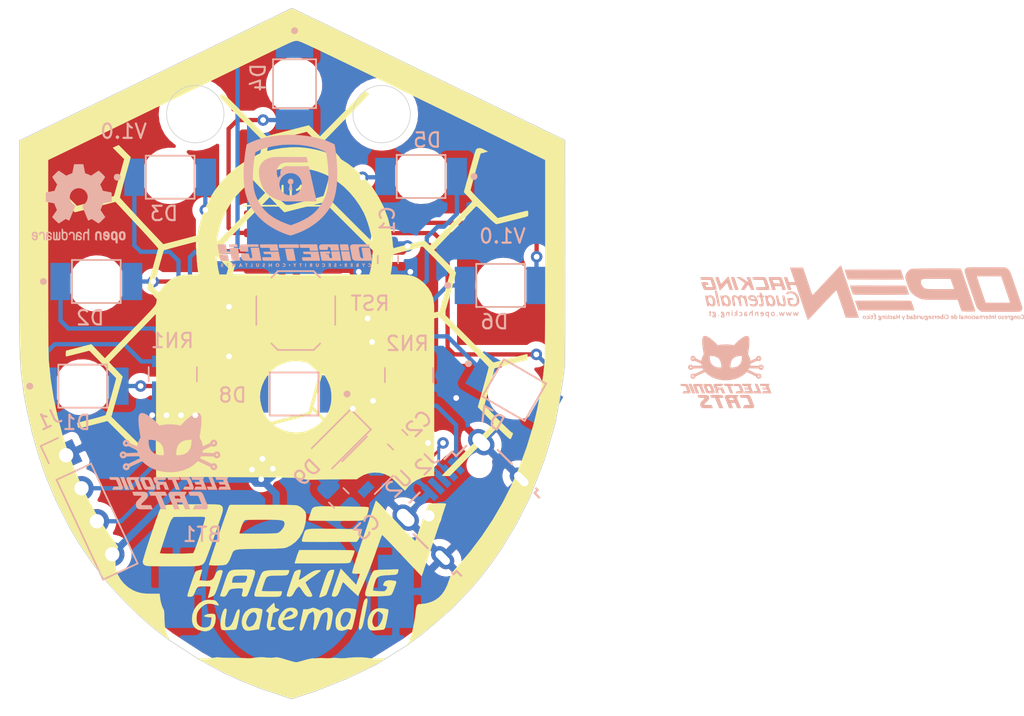
<source format=kicad_pcb>
(kicad_pcb (version 20171130) (host pcbnew "(5.1.0-0)")
  (title_block (title "Open Hack Colombia ") (date 2019-09-06) (rev V1.0) (company "Electronic Cats") (comment 1 "Andres Sabas") (comment 2 "Eduardo Contreras"))
  (layers (0 F.Cu signal) (31 B.Cu signal) (34 B.Paste user) (35 F.Paste user) (36 B.SilkS user) (37 F.SilkS user) (38 B.Mask user) (39 F.Mask user) (44 Edge.Cuts user))
  (net 0 "")
  (net 1 +3V3)
  (net 2 GND)
  (net 3 "Net-(D1-Pad1)")
  (net 4 "Net-(D2-Pad1)")
  (net 5 "Net-(D3-Pad1)")
  (net 6 "Net-(D4-Pad1)")
  (net 7 "Net-(D5-Pad1)")
  (net 8 "Net-(D6-Pad1)")
  (net 9 "Net-(D7-Pad1)")
  (net 10 /D-)
  (net 11 /D+)
  (net 12 /D5)
  (net 13 /D0)
  (net 14 /D1)
  (net 15 /D6)
  (net 16 /RST)
  (net 17 /SWCLK)
  (net 18 /SWDIO)
  (net 19 /D3)
  (net 20 /D4)
  (net 21 /D2)
  (net 22 VCC)
  (net 23 "Net-(J2-Pad4)")
  (net 24 "Net-(C3-Pad1)")
  (net 25 "Net-(U2-Pad4)")
  (net 26 "Net-(D8-Pad1)")
  (module Symbol:OSHW-Logo2_7.3x6mm_SilkScreen (layer B.Cu) (at 134.87 89.254 180)
    (fp_text reference REF** hide)
    (fp_text value OSHW-Logo2_7.3x6mm_SilkScreen hide)
  )
  (module Button_Switch_SMD:SW_SPST_TL3342 (layer B.Cu) (at 150.01 96.7 180)
    (fp_text reference SW1)
    (fp_text value RST (at -5.19 0.5) (layer B.SilkS) (effects (justify mirror)))
    (pad 2 smd rect (at 3.15 -1.9 180) (size 1.7 1) (layers B.Cu B.Paste B.Mask) (net 2 GND))
    (pad 2 smd rect (at -3.15 -1.9 180) (size 1.7 1) (layers B.Cu B.Paste B.Mask) (net 2 GND))
    (pad 1 smd rect (at 3.15 1.9 180) (size 1.7 1) (layers B.Cu B.Paste B.Mask) (net 16 /RST))
    (pad 1 smd rect (at -3.15 1.9 180) (size 1.7 1) (layers B.Cu B.Paste B.Mask) (net 16 /RST))
  )
  (module seguridad-03 (layer F.Cu) (at 150.22 99.69)
    (fp_text reference Ref** hide)
    (fp_text value Val** hide)
  )
  (module Resistor_SMD:R_Array_Convex_4x0603 (layer B.Cu) (at 157.908 101.206 270)
    (fp_text reference RN2 (at -2.206 0.108 180) (layer B.SilkS) (effects (justify mirror)))
    (fp_text value R_Pack04)
    (pad 5 smd rect (at 0.9 -1.2 270) (size 0.8 0.5) (layers B.Cu B.Paste B.Mask) (net 2 GND))
    (pad 6 smd rect (at 0.9 -0.4 270) (size 0.8 0.4) (layers B.Cu B.Paste B.Mask) (net 2 GND))
    (pad 8 smd rect (at 0.9 1.2 270) (size 0.8 0.5) (layers B.Cu B.Paste B.Mask) (net 2 GND))
    (pad 7 smd rect (at 0.9 0.4 270) (size 0.8 0.4) (layers B.Cu B.Paste B.Mask) (net 2 GND))
    (pad 4 smd rect (at -0.9 -1.2 270) (size 0.8 0.5) (layers B.Cu B.Paste B.Mask) (net 26 "Net-(D8-Pad1)"))
    (pad 2 smd rect (at -0.9 0.4 270) (size 0.8 0.4) (layers B.Cu B.Paste B.Mask) (net 8 "Net-(D6-Pad1)"))
    (pad 3 smd rect (at -0.9 -0.4 270) (size 0.8 0.4) (layers B.Cu B.Paste B.Mask) (net 9 "Net-(D7-Pad1)"))
    (pad 1 smd rect (at -0.9 1.2 270) (size 0.8 0.5) (layers B.Cu B.Paste B.Mask) (net 7 "Net-(D5-Pad1)"))
  )
  (module Resistor_SMD:R_Array_Convex_4x0603 (layer B.Cu) (at 141.432 101.146 270)
    (fp_text reference RN1 (at -2.346 0.032) (layer B.SilkS) (effects (justify mirror)))
    (fp_text value R_Pack04)
    (pad 5 smd rect (at 0.9 -1.2 270) (size 0.8 0.5) (layers B.Cu B.Paste B.Mask) (net 2 GND))
    (pad 6 smd rect (at 0.9 -0.4 270) (size 0.8 0.4) (layers B.Cu B.Paste B.Mask) (net 2 GND))
    (pad 8 smd rect (at 0.9 1.2 270) (size 0.8 0.5) (layers B.Cu B.Paste B.Mask) (net 2 GND))
    (pad 7 smd rect (at 0.9 0.4 270) (size 0.8 0.4) (layers B.Cu B.Paste B.Mask) (net 2 GND))
    (pad 4 smd rect (at -0.9 -1.2 270) (size 0.8 0.5) (layers B.Cu B.Paste B.Mask) (net 6 "Net-(D4-Pad1)"))
    (pad 2 smd rect (at -0.9 0.4 270) (size 0.8 0.4) (layers B.Cu B.Paste B.Mask) (net 4 "Net-(D2-Pad1)"))
    (pad 3 smd rect (at -0.9 -0.4 270) (size 0.8 0.4) (layers B.Cu B.Paste B.Mask) (net 5 "Net-(D3-Pad1)"))
    (pad 1 smd rect (at -0.9 1.2 270) (size 0.8 0.5) (layers B.Cu B.Paste B.Mask) (net 3 "Net-(D1-Pad1)"))
  )
  (module Diode_SMD:D_SOD-123F (layer B.Cu) (at 152.994 105.848 225)
    (fp_text reference D9 (at 3.073086 0.029698 225) (layer B.SilkS) (effects (justify mirror)))
    (fp_text value MBR120)
    (pad 2 smd rect (at 1.4 0 225) (size 1.1 1.1) (layers B.Cu B.Paste B.Mask) (net 24 "Net-(C3-Pad1)"))
    (pad 1 smd rect (at -1.4 0 225) (size 1.1 1.1) (layers B.Cu B.Paste B.Mask) (net 1 +3V3))
  )
  (module BadgeOpenHack:LYT77K-K2M1-NoHole (layer B.Cu) (at 149.894 102.52 180)
    (fp_text reference D8 (at 4.294 -0.08 180) (layer B.SilkS) (effects (justify mirror)))
    (fp_text value R_LED)
    (pad 2 smd rect (at 2.5 0 180) (size 1.4 2.6) (layers B.Cu B.Paste B.Mask) (net 18 /SWDIO))
    (pad 1 smd rect (at -2.5 0 180) (size 1.4 2.6) (layers B.Cu B.Paste B.Mask) (net 26 "Net-(D8-Pad1)"))
  )
  (module seguridad-03 (layer F.Cu) (at 150.22 99.69)
    (fp_text reference Ref** hide)
    (fp_text value Val** hide)
  )
  (module Aesthetics:electronic_cats_logo_4x3 (layer B.Cu) (at 180.01 100.99 180)
    (fp_text reference G*** hide)
    (fp_text value LOGO hide)
  )
  (module BadgeOpenHack:LYT77K-K2M1-NoHole (layer B.Cu) (at 165.25 102.25 330)
    (fp_text reference D7 (at -0.43011 2.5356 330) (layer B.SilkS) (effects (justify mirror)))
    (fp_text value R_LED)
    (pad 2 smd rect (at 2.5 0 330) (size 1.4 2.6) (layers B.Cu B.Paste B.Mask) (net 15 /D6))
    (pad 1 smd rect (at -2.5 0 330) (size 1.4 2.6) (layers B.Cu B.Paste B.Mask) (net 9 "Net-(D7-Pad1)"))
  )
  (module BadgeOpenHack:LYT77K-K2M1-NoHole (layer B.Cu) (at 164.3 94.95)
    (fp_text reference D6 (at -0.43011 2.5356) (layer B.SilkS) (effects (justify mirror)))
    (fp_text value R_LED)
    (pad 2 smd rect (at 2.5 0) (size 1.4 2.6) (layers B.Cu B.Paste B.Mask) (net 12 /D5))
    (pad 1 smd rect (at -2.5 0) (size 1.4 2.6) (layers B.Cu B.Paste B.Mask) (net 8 "Net-(D6-Pad1)"))
  )
  (module BadgeOpenHack:LYT77K-K2M1-NoHole (layer B.Cu) (at 158.75 87.35 180)
    (fp_text reference D5 (at -0.43011 2.5356 180) (layer B.SilkS) (effects (justify mirror)))
    (fp_text value R_LED)
    (pad 2 smd rect (at 2.5 0 180) (size 1.4 2.6) (layers B.Cu B.Paste B.Mask) (net 20 /D4))
    (pad 1 smd rect (at -2.5 0 180) (size 1.4 2.6) (layers B.Cu B.Paste B.Mask) (net 7 "Net-(D5-Pad1)"))
  )
  (module BadgeOpenHack:LYT77K-K2M1-NoHole (layer B.Cu) (at 149.925 80.875 270)
    (fp_text reference D4 (at -0.43011 2.5356 270) (layer B.SilkS) (effects (justify mirror)))
    (fp_text value R_LED)
    (pad 2 smd rect (at 2.5 0 270) (size 1.4 2.6) (layers B.Cu B.Paste B.Mask) (net 19 /D3))
    (pad 1 smd rect (at -2.5 0 270) (size 1.4 2.6) (layers B.Cu B.Paste B.Mask) (net 6 "Net-(D4-Pad1)"))
  )
  (module BadgeOpenHack:LYT77K-K2M1-NoHole (layer B.Cu) (at 141.25 87.4)
    (fp_text reference D3 (at -0.43011 2.5356) (layer B.SilkS) (effects (justify mirror)))
    (fp_text value R_LED)
    (pad 2 smd rect (at 2.5 0) (size 1.4 2.6) (layers B.Cu B.Paste B.Mask) (net 21 /D2))
    (pad 1 smd rect (at -2.5 0) (size 1.4 2.6) (layers B.Cu B.Paste B.Mask) (net 5 "Net-(D3-Pad1)"))
  )
  (module BadgeOpenHack:LYT77K-K2M1-NoHole (layer B.Cu) (at 136.1 94.675)
    (fp_text reference D2 (at -0.43011 2.5356) (layer B.SilkS) (effects (justify mirror)))
    (fp_text value R_LED)
    (pad 2 smd rect (at 2.5 0) (size 1.4 2.6) (layers B.Cu B.Paste B.Mask) (net 14 /D1))
    (pad 1 smd rect (at -2.5 0) (size 1.4 2.6) (layers B.Cu B.Paste B.Mask) (net 4 "Net-(D2-Pad1)"))
  )
  (module BadgeOpenHack:LYT77K-K2M1-NoHole (layer B.Cu) (at 135.15 101.975)
    (fp_text reference D1 (at -0.43011 2.5356) (layer B.SilkS) (effects (justify mirror)))
    (fp_text value R_LED)
    (pad 2 smd rect (at 2.5 0) (size 1.4 2.6) (layers B.Cu B.Paste B.Mask) (net 13 /D0))
    (pad 1 smd rect (at -2.5 0) (size 1.4 2.6) (layers B.Cu B.Paste B.Mask) (net 3 "Net-(D1-Pad1)"))
  )
  (module Package_TO_SOT_SMD:SOT-23-5 (layer B.Cu) (at 155.015 107.725 225)
    (fp_text reference U2 (at -0.784889 -2.305168 225) (layer B.SilkS) (effects (justify mirror)))
    (fp_text value AP2112K-3.3)
    (pad 5 smd rect (at 1.1 0.95 225) (size 1.06 0.65) (layers B.Cu B.Paste B.Mask) (net 24 "Net-(C3-Pad1)"))
    (pad 4 smd rect (at 1.1 -0.95 225) (size 1.06 0.65) (layers B.Cu B.Paste B.Mask) (net 25 "Net-(U2-Pad4)"))
    (pad 3 smd rect (at -1.1 -0.95 225) (size 1.06 0.65) (layers B.Cu B.Paste B.Mask) (net 22 VCC))
    (pad 2 smd rect (at -1.1 0 225) (size 1.06 0.65) (layers B.Cu B.Paste B.Mask) (net 2 GND))
    (pad 1 smd rect (at -1.1 0.95 225) (size 1.06 0.65) (layers B.Cu B.Paste B.Mask) (net 22 VCC))
  )
  (module Capacitor_SMD:C_0805_2012Metric_Pad1.15x1.40mm_HandSolder (layer B.Cu) (at 153.015 109.775 315)
    (fp_text reference C3 (at 2.835498 0.028284 225) (layer B.SilkS) (effects (justify mirror)))
    (fp_text value 10uF)
    (pad 2 smd roundrect (at 1.025 0 315) (size 1.15 1.4) (layers B.Cu B.Paste B.Mask) (roundrect_rratio 0.217391) (net 2 GND))
    (pad 1 smd roundrect (at -1.025 0 315) (size 1.15 1.4) (layers B.Cu B.Paste B.Mask) (roundrect_rratio 0.217391) (net 24 "Net-(C3-Pad1)"))
  )
  (module Capacitor_SMD:C_0805_2012Metric_Pad1.15x1.40mm_HandSolder (layer B.Cu) (at 157.12 105.71 315)
    (fp_text reference C2 (at 0.26163 -1.831407 225) (layer B.SilkS) (effects (justify mirror)))
    (fp_text value 10uF)
    (pad 2 smd roundrect (at 1.025 0 315) (size 1.15 1.4) (layers B.Cu B.Paste B.Mask) (roundrect_rratio 0.217391) (net 2 GND))
    (pad 1 smd roundrect (at -1.025 0 315) (size 1.15 1.4) (layers B.Cu B.Paste B.Mask) (roundrect_rratio 0.217391) (net 22 VCC))
  )
  (module Aesthetics:openhack_negativo (layer B.Cu) (at 189.54 95.5 180)
    (fp_text reference G*** hide)
    (fp_text value LOGO hide)
  )
  (module Aesthetics:digetech (layer B.Cu) (at 149.95 89.05 180)
    (fp_text reference G*** hide)
    (fp_text value LOGO hide)
  )
  (module Aesthetics:electronic_cats_logo_8x6 (layer B.Cu) (at 141.24 107.21 180)
    (fp_text reference G*** hide)
    (fp_text value LOGO hide)
  )
  (module Batteries:BAT-HLD-012-SMT-OTL (layer B.Cu) (at 149.34 116.29)
    (fp_text reference BT1 (at -5.85 -3.97) (layer B.SilkS) (effects (justify mirror)))
    (fp_text value Battery_Cell)
    (pad 1 smd circle (at 0 0) (size 10.2 10.2) (layers B.Cu B.Paste B.Mask) (net 1 +3V3))
    (pad 2 smd rect (at -7.65 0) (size 2.5 5.1) (layers B.Cu B.Paste B.Mask) (net 2 GND))
    (pad 2 smd rect (at 7.65 0) (size 2.5 5.1) (layers B.Cu B.Paste B.Mask) (net 2 GND))
  )
  (module Capacitor_SMD:C_0805_2012Metric_Pad1.15x1.40mm_HandSolder (layer B.Cu) (at 156.44 93.146 270)
    (fp_text reference C1 (at -2.746 0.04 270) (layer B.SilkS) (effects (justify mirror)))
    (fp_text value 0.1uF)
    (pad 1 smd roundrect (at -1.025 0 270) (size 1.15 1.4) (layers B.Cu B.Paste B.Mask) (roundrect_rratio 0.217391) (net 1 +3V3))
    (pad 2 smd roundrect (at 1.025 0 270) (size 1.15 1.4) (layers B.Cu B.Paste B.Mask) (roundrect_rratio 0.217391) (net 2 GND))
  )
  (module Connector_USB:USB_Micro-B_Wuerth_629105150521 (layer B.Cu) (at 161.62 109.82 225)
    (fp_text reference J2 (at 0 3.5 225) (layer B.SilkS) (effects (justify mirror)))
    (fp_text value USB_B_Micro)
    (pad 1 smd rect (at -1.3 1.9 225) (size 0.45 1.3) (layers B.Cu B.Paste B.Mask) (net 22 VCC))
    (pad 2 smd rect (at -0.65 1.9 225) (size 0.45 1.3) (layers B.Cu B.Paste B.Mask) (net 10 /D-))
    (pad 3 smd rect (at 0 1.9 225) (size 0.45 1.3) (layers B.Cu B.Paste B.Mask) (net 11 /D+))
    (pad 4 smd rect (at 0.65 1.9 225) (size 0.45 1.3) (layers B.Cu B.Paste B.Mask) (net 23 "Net-(J2-Pad4)"))
    (pad 5 smd rect (at 1.3 1.9 225) (size 0.45 1.3) (layers B.Cu B.Paste B.Mask) (net 2 GND))
    (pad 6 thru_hole oval (at -3.725 1.85 225) (size 1.45 2) (drill oval 0.85 1.4) (layers *.Cu *.Mask) (net 2 GND))
    (pad 6 thru_hole oval (at 3.725 1.85 225) (size 1.45 2) (drill oval 0.85 1.4) (layers *.Cu *.Mask) (net 2 GND))
    (pad 6 thru_hole oval (at -3.875 -1.95 225) (size 1.15 1.8) (drill oval 0.55 1.2) (layers *.Cu *.Mask) (net 2 GND))
    (pad 6 thru_hole oval (at 3.875 -1.95 225) (size 1.15 1.8) (drill oval 0.55 1.2) (layers *.Cu *.Mask) (net 2 GND))
    (pad "" np_thru_hole oval (at -2.5 0.8 225) (size 0.8 0.8) (drill 0.8) (layers *.Cu *.Mask))
    (pad "" np_thru_hole oval (at 2.5 0.8 225) (size 0.8 0.8) (drill 0.8) (layers *.Cu *.Mask))
  )
  (module Package_SO:SOIC-14_3.9x8.7mm_P1.27mm (layer F.Cu) (at 149.85 93.825)
    (fp_text reference U1 (at 0 -5.28) (layer F.SilkS))
    (fp_text value ATSAMD11C14A-SS)
    (pad 1 smd roundrect (at -2.475 -3.81) (size 1.95 0.6) (layers F.Cu F.Paste F.Mask) (net 20 /D4))
    (pad 2 smd roundrect (at -2.475 -2.54) (size 1.95 0.6) (layers F.Cu F.Paste F.Mask) (net 19 /D3))
    (pad 3 smd roundrect (at -2.475 -1.27) (size 1.95 0.6) (layers F.Cu F.Paste F.Mask) (net 21 /D2))
    (pad 4 smd roundrect (at -2.475 0) (size 1.95 0.6) (layers F.Cu F.Paste F.Mask) (net 14 /D1))
    (pad 5 smd roundrect (at -2.475 1.27) (size 1.95 0.6) (layers F.Cu F.Paste F.Mask) (net 13 /D0))
    (pad 6 smd roundrect (at -2.475 2.54) (size 1.95 0.6) (layers F.Cu F.Paste F.Mask) (net 16 /RST))
    (pad 7 smd roundrect (at -2.475 3.81) (size 1.95 0.6) (layers F.Cu F.Paste F.Mask) (net 17 /SWCLK))
    (pad 8 smd roundrect (at 2.475 3.81) (size 1.95 0.6) (layers F.Cu F.Paste F.Mask) (net 18 /SWDIO))
    (pad 9 smd roundrect (at 2.475 2.54) (size 1.95 0.6) (layers F.Cu F.Paste F.Mask) (net 10 /D-))
    (pad 10 smd roundrect (at 2.475 1.27) (size 1.95 0.6) (layers F.Cu F.Paste F.Mask) (net 11 /D+))
    (pad 11 smd roundrect (at 2.475 0) (size 1.95 0.6) (layers F.Cu F.Paste F.Mask) (net 2 GND))
    (pad 12 smd roundrect (at 2.475 -1.27) (size 1.95 0.6) (layers F.Cu F.Paste F.Mask) (net 1 +3V3))
    (pad 13 smd roundrect (at 2.475 -2.54) (size 1.95 0.6) (layers F.Cu F.Paste F.Mask) (net 15 /D6))
    (pad 14 smd roundrect (at 2.475 -3.81) (size 1.95 0.6) (layers F.Cu F.Paste F.Mask) (net 12 /D5))
  )
  (module Connector_PinSocket_2.54mm:PinSocket_1x04_P2.54mm_Vertical (layer B.Cu) (at 133.99 106.794 205)
    (fp_text reference J1 (at 0 2.77 205) (layer B.SilkS) (effects (justify mirror)))
    (fp_text value Conn_01x04_Male)
    (pad 1 thru_hole rect (at 0 0 205) (size 1.7 1.7) (drill 1) (layers *.Cu *.Mask) (net 2 GND))
    (pad 2 thru_hole oval (at 0 -2.54 205) (size 1.7 1.7) (drill 1) (layers *.Cu *.Mask) (net 17 /SWCLK))
    (pad 3 thru_hole oval (at 0 -5.08 205) (size 1.7 1.7) (drill 1) (layers *.Cu *.Mask) (net 18 /SWDIO))
    (pad 4 thru_hole oval (at 0 -7.62 205) (size 1.7 1.7) (drill 1) (layers *.Cu *.Mask) (net 1 +3V3))
  )
  (gr_text V1.0 (at 138 84.2) (layer B.SilkS) (effects (font (size 1 1)) (justify mirror)))
  (gr_circle (center 143 83) (end 145 83) (layer Edge.Cuts) (width 0.05))
  (gr_circle (center 156 83) (end 158 83) (layer Edge.Cuts) (width 0.05))
  (gr_text V1.0 (at 164.428 91.508) (layer B.SilkS) (effects (font (size 1 1)) (justify mirror)))
  (gr_line (start 149.74 75.63) (end 149.81 75.64) (layer Edge.Cuts) (width 0.05))
  (gr_line (start 149.67 75.64) (end 149.74 75.63) (layer Edge.Cuts) (width 0.05))
  (gr_line (start 130.74 84.84) (end 149.67 75.64) (layer Edge.Cuts) (width 0.05))
  (gr_line (start 130.73 95.11) (end 130.74 84.84) (layer Edge.Cuts) (width 0.05))
  (gr_line (start 130.73 97.04) (end 130.73 95.11) (layer Edge.Cuts) (width 0.05))
  (gr_line (start 130.75 98.29) (end 130.73 97.04) (layer Edge.Cuts) (width 0.05))
  (gr_line (start 130.78 99.9) (end 130.75 98.29) (layer Edge.Cuts) (width 0.05))
  (gr_line (start 130.84 100.86) (end 130.78 99.9) (layer Edge.Cuts) (width 0.05))
  (gr_line (start 131.05 102.56) (end 130.84 100.86) (layer Edge.Cuts) (width 0.05))
  (gr_line (start 131.24 103.56) (end 131.05 102.56) (layer Edge.Cuts) (width 0.05))
  (gr_line (start 131.63 105.28) (end 131.24 103.56) (layer Edge.Cuts) (width 0.05))
  (gr_line (start 132.11 106.92) (end 131.63 105.28) (layer Edge.Cuts) (width 0.05))
  (gr_line (start 132.4 107.79) (end 132.11 106.92) (layer Edge.Cuts) (width 0.05))
  (gr_line (start 132.61 108.35) (end 132.4 107.79) (layer Edge.Cuts) (width 0.05))
  (gr_line (start 133.26 109.91) (end 132.61 108.35) (layer Edge.Cuts) (width 0.05))
  (gr_line (start 134.22 111.81) (end 133.26 109.91) (layer Edge.Cuts) (width 0.05))
  (gr_line (start 134.82 112.83) (end 134.22 111.81) (layer Edge.Cuts) (width 0.05))
  (gr_line (start 135.26 113.5) (end 134.82 112.83) (layer Edge.Cuts) (width 0.05))
  (gr_line (start 135.78 114.26) (end 135.26 113.5) (layer Edge.Cuts) (width 0.05))
  (gr_line (start 136.91 115.73) (end 135.78 114.26) (layer Edge.Cuts) (width 0.05))
  (gr_line (start 137.73 116.62) (end 136.91 115.73) (layer Edge.Cuts) (width 0.05))
  (gr_line (start 138.25 117.17) (end 137.73 116.62) (layer Edge.Cuts) (width 0.05))
  (gr_line (start 139.05 117.94) (end 138.25 117.17) (layer Edge.Cuts) (width 0.05))
  (gr_line (start 139.57 118.41) (end 139.05 117.94) (layer Edge.Cuts) (width 0.05))
  (gr_line (start 140.14 118.89) (end 139.57 118.41) (layer Edge.Cuts) (width 0.05))
  (gr_line (start 140.83 119.43) (end 140.14 118.89) (layer Edge.Cuts) (width 0.05))
  (gr_line (start 141.14 119.66) (end 140.83 119.43) (layer Edge.Cuts) (width 0.05))
  (gr_line (start 143.19 120.99) (end 141.14 119.66) (layer Edge.Cuts) (width 0.05))
  (gr_line (start 144.08 121.49) (end 143.19 120.99) (layer Edge.Cuts) (width 0.05))
  (gr_line (start 145.02 121.99) (end 144.08 121.49) (layer Edge.Cuts) (width 0.05))
  (gr_line (start 146.18 122.52) (end 145.02 121.99) (layer Edge.Cuts) (width 0.05))
  (gr_line (start 147.4 123.01) (end 146.18 122.52) (layer Edge.Cuts) (width 0.05))
  (gr_line (start 149.72 123.79) (end 147.4 123.01) (layer Edge.Cuts) (width 0.05))
  (gr_line (start 151.33 123.27) (end 149.72 123.79) (layer Edge.Cuts) (width 0.05))
  (gr_line (start 153.57 122.38) (end 151.33 123.27) (layer Edge.Cuts) (width 0.05))
  (gr_line (start 155.37 121.52) (end 153.57 122.38) (layer Edge.Cuts) (width 0.05))
  (gr_line (start 155.66 121.37) (end 155.37 121.52) (layer Edge.Cuts) (width 0.05))
  (gr_line (start 157.82 120.02) (end 155.66 121.37) (layer Edge.Cuts) (width 0.05))
  (gr_line (start 158.72 119.36) (end 157.82 120.02) (layer Edge.Cuts) (width 0.05))
  (gr_line (start 160.88 117.51) (end 158.72 119.36) (layer Edge.Cuts) (width 0.05))
  (gr_line (start 162.13 116.21) (end 160.88 117.51) (layer Edge.Cuts) (width 0.05))
  (gr_line (start 162.74 115.51) (end 162.13 116.21) (layer Edge.Cuts) (width 0.05))
  (gr_line (start 162.96 115.23) (end 162.74 115.51) (layer Edge.Cuts) (width 0.05))
  (gr_line (start 163.61 114.39) (end 162.96 115.23) (layer Edge.Cuts) (width 0.05))
  (gr_line (start 164.36 113.32) (end 163.61 114.39) (layer Edge.Cuts) (width 0.05))
  (gr_line (start 165.42 111.55) (end 164.36 113.32) (layer Edge.Cuts) (width 0.05))
  (gr_line (start 166.3 109.81) (end 165.42 111.55) (layer Edge.Cuts) (width 0.05))
  (gr_line (start 167.39 107.01) (end 166.3 109.81) (layer Edge.Cuts) (width 0.05))
  (gr_line (start 168.12 104.52) (end 167.39 107.01) (layer Edge.Cuts) (width 0.05))
  (gr_line (start 168.6 101.84) (end 168.12 104.52) (layer Edge.Cuts) (width 0.05))
  (gr_line (start 168.77 100.59) (end 168.6 101.84) (layer Edge.Cuts) (width 0.05))
  (gr_line (start 168.78 98.22) (end 168.77 100.59) (layer Edge.Cuts) (width 0.05))
  (gr_line (start 168.78 84.81) (end 168.78 98.22) (layer Edge.Cuts) (width 0.05))
  (gr_line (start 149.81 75.64) (end 168.78 84.81) (layer Edge.Cuts) (width 0.05))
  (segment (start 148.640051 115.590051) (end 149.34 116.29) (width 0.5) (layer B.Cu) (net 1))
  (segment (start 148.640051 109.549949) (end 148.640051 115.590051) (width 0.5) (layer B.Cu) (net 1))
  (via (at 147.6 108.464) (size 0.8) (drill 0.4) (layers F.Cu B.Cu) (net 1))
  (segment (start 148.640051 109.504051) (end 147.6 108.464) (width 0.5) (layer B.Cu) (net 1))
  (segment (start 148.640051 109.549949) (end 148.640051 109.504051) (width 0.5) (layer B.Cu) (net 1))
  (segment (start 147.6 108.436) (end 146.958 107.794) (width 0.5) (layer F.Cu) (net 1))
  (segment (start 147.6 108.464) (end 147.6 108.436) (width 0.5) (layer F.Cu) (net 1))
  (via (at 147.686 107.044) (size 0.8) (drill 0.4) (layers F.Cu B.Cu) (net 1))
  (via (at 148.406 107.734) (size 0.8) (drill 0.4) (layers F.Cu B.Cu) (net 1))
  (segment (start 148.376 107.734) (end 147.686 107.044) (width 0.5) (layer F.Cu) (net 1))
  (segment (start 148.406 107.734) (end 148.376 107.734) (width 0.5) (layer F.Cu) (net 1))
  (segment (start 147.686 107.066) (end 146.958 107.794) (width 0.5) (layer F.Cu) (net 1))
  (segment (start 147.686 107.044) (end 147.686 107.066) (width 0.5) (layer F.Cu) (net 1))
  (segment (start 147.6 107.13) (end 147.686 107.044) (width 0.5) (layer F.Cu) (net 1))
  (segment (start 147.6 108.464) (end 147.6 107.13) (width 0.5) (layer F.Cu) (net 1))
  (segment (start 148.346 107.794) (end 148.406 107.734) (width 0.5) (layer F.Cu) (net 1))
  (segment (start 146.958 107.794) (end 148.346 107.794) (width 0.5) (layer F.Cu) (net 1))
  (segment (start 148.406 107.734) (end 152.37 107.734) (width 0.5) (layer F.Cu) (net 1))
  (segment (start 152.832 107.734) (end 153.994 106.572) (width 0.5) (layer F.Cu) (net 1))
  (segment (start 152.37 107.734) (end 152.832 107.734) (width 0.5) (layer F.Cu) (net 1))
  (segment (start 147.676 108.464) (end 148.406 107.734) (width 0.5) (layer F.Cu) (net 1))
  (segment (start 147.6 108.464) (end 147.676 108.464) (width 0.5) (layer F.Cu) (net 1))
  (via (at 157.8 92.2) (size 0.8) (drill 0.4) (layers F.Cu B.Cu) (net 1))
  (segment (start 157.721 92.121) (end 157.8 92.2) (width 0.5) (layer B.Cu) (net 1))
  (segment (start 156.44 92.121) (end 157.721 92.121) (width 0.5) (layer B.Cu) (net 1))
  (segment (start 157.445 92.555) (end 157.8 92.2) (width 0.5) (layer F.Cu) (net 1))
  (segment (start 152.325 92.555) (end 157.445 92.555) (width 0.5) (layer F.Cu) (net 1))
  (via (at 153.994 103.548) (size 0.8) (drill 0.4) (layers F.Cu B.Cu) (net 1))
  (segment (start 153.983949 104.858051) (end 153.983949 103.558051) (width 0.5) (layer B.Cu) (net 1))
  (segment (start 153.983949 103.558051) (end 153.994 103.548) (width 0.5) (layer B.Cu) (net 1))
  (segment (start 153.994 106.572) (end 153.994 103.548) (width 0.5) (layer F.Cu) (net 1))
  (via (at 146.958 107.794) (size 0.8) (drill 0.4) (layers F.Cu B.Cu) (net 1))
  (segment (start 142.446416 108.464) (end 147.6 108.464) (width 0.5) (layer B.Cu) (net 1))
  (segment (start 137.210351 113.700065) (end 142.446416 108.464) (width 0.5) (layer B.Cu) (net 1))
  (segment (start 150.052 92.988) (end 150.485 92.555) (width 0.5) (layer F.Cu) (net 1))
  (segment (start 150.485 92.555) (end 152.325 92.555) (width 0.5) (layer F.Cu) (net 1))
  (segment (start 150.052 98.23) (end 150.052 92.988) (width 0.5) (layer F.Cu) (net 1))
  (segment (start 150.71 98.888) (end 150.052 98.23) (width 0.5) (layer F.Cu) (net 1))
  (segment (start 152.658 98.888) (end 150.71 98.888) (width 0.5) (layer F.Cu) (net 1))
  (segment (start 153.994 100.224) (end 152.658 98.888) (width 0.5) (layer F.Cu) (net 1))
  (segment (start 153.994 103.548) (end 153.994 100.224) (width 0.5) (layer F.Cu) (net 1))
  (segment (start 156.305216 106.434784) (end 157.844784 106.434784) (width 0.3) (layer B.Cu) (net 2))
  (segment (start 155.792817 106.947183) (end 156.305216 106.434784) (width 0.3) (layer B.Cu) (net 2))
  (segment (start 157.844784 107.883262) (end 157.844784 106.434784) (width 0.3) (layer B.Cu) (net 2))
  (segment (start 159.357258 109.395736) (end 157.844784 107.883262) (width 0.3) (layer B.Cu) (net 2))
  (via (at 140 104) (size 0.8) (drill 0.4) (layers F.Cu B.Cu) (net 2))
  (segment (start 140.232 103.768) (end 140 104) (width 0.3) (layer B.Cu) (net 2))
  (segment (start 140.232 102.046) (end 140.232 103.768) (width 0.3) (layer B.Cu) (net 2))
  (via (at 141 104) (size 0.8) (drill 0.4) (layers F.Cu B.Cu) (net 2))
  (segment (start 140 104) (end 141 104) (width 0.3) (layer F.Cu) (net 2))
  (via (at 142 104) (size 0.8) (drill 0.4) (layers F.Cu B.Cu) (net 2))
  (segment (start 141 104) (end 142 104) (width 0.3) (layer B.Cu) (net 2))
  (via (at 143 104) (size 0.8) (drill 0.4) (layers F.Cu B.Cu) (net 2))
  (segment (start 142 104) (end 143 104) (width 0.3) (layer F.Cu) (net 2))
  (via (at 155.4 103) (size 0.8) (drill 0.4) (layers F.Cu B.Cu) (net 2))
  (segment (start 156.294 102.106) (end 155.4 103) (width 0.3) (layer B.Cu) (net 2))
  (segment (start 156.708 102.106) (end 156.294 102.106) (width 0.3) (layer B.Cu) (net 2))
  (via (at 161.2 102.8) (size 0.8) (drill 0.4) (layers F.Cu B.Cu) (net 2))
  (segment (start 160.506 102.106) (end 161.2 102.8) (width 0.3) (layer B.Cu) (net 2))
  (segment (start 159.108 102.106) (end 160.506 102.106) (width 0.3) (layer B.Cu) (net 2))
  (segment (start 157.829 94.171) (end 158 94) (width 0.3) (layer B.Cu) (net 2))
  (via (at 158 94) (size 0.8) (drill 0.4) (layers F.Cu B.Cu) (net 2))
  (segment (start 156.44 94.171) (end 157.829 94.171) (width 0.3) (layer B.Cu) (net 2))
  (via (at 154.4 94) (size 0.8) (drill 0.4) (layers F.Cu B.Cu) (net 2))
  (segment (start 158 94) (end 154.4 94) (width 0.3) (layer F.Cu) (net 2))
  (via (at 155.336 98.898) (size 0.8) (drill 0.4) (layers F.Cu B.Cu) (net 2))
  (segment (start 155.038 98.6) (end 155.336 98.898) (width 0.3) (layer B.Cu) (net 2))
  (segment (start 153.16 98.6) (end 155.038 98.6) (width 0.3) (layer B.Cu) (net 2))
  (segment (start 133.2 99.05) (end 138.05 99.05) (width 0.3) (layer B.Cu) (net 3))
  (segment (start 138.05 99.05) (end 139.246 100.246) (width 0.3) (layer B.Cu) (net 3))
  (segment (start 132.65 99.6) (end 133.2 99.05) (width 0.3) (layer B.Cu) (net 3))
  (segment (start 139.246 100.246) (end 140.232 100.246) (width 0.3) (layer B.Cu) (net 3))
  (segment (start 132.65 101.975) (end 132.65 99.6) (width 0.3) (layer B.Cu) (net 3))
  (segment (start 141.032 100.246) (end 141.032 98.882) (width 0.3) (layer B.Cu) (net 4))
  (segment (start 141.032 98.882) (end 140.1 97.95) (width 0.3) (layer B.Cu) (net 4))
  (segment (start 140.1 97.95) (end 134.15 97.95) (width 0.3) (layer B.Cu) (net 4))
  (segment (start 133.6 97.4) (end 133.6 94.675) (width 0.3) (layer B.Cu) (net 4))
  (segment (start 134.15 97.95) (end 133.6 97.4) (width 0.3) (layer B.Cu) (net 4))
  (segment (start 138.75 92.15) (end 138.75 89.35) (width 0.3) (layer B.Cu) (net 5))
  (segment (start 139.2 92.6) (end 138.75 92.15) (width 0.3) (layer B.Cu) (net 5))
  (segment (start 138.75 89.35) (end 138.75 87.4) (width 0.3) (layer B.Cu) (net 5))
  (segment (start 141.2 92.6) (end 139.2 92.6) (width 0.3) (layer B.Cu) (net 5))
  (segment (start 141.832 93.232) (end 141.2 92.6) (width 0.3) (layer B.Cu) (net 5))
  (segment (start 141.832 100.246) (end 141.832 93.232) (width 0.3) (layer B.Cu) (net 5))
  (segment (start 145.95 79.5) (end 147.075 78.375) (width 0.3) (layer B.Cu) (net 6))
  (segment (start 143 92.6) (end 145.6 92.6) (width 0.3) (layer B.Cu) (net 6))
  (segment (start 145.95 92.25) (end 145.95 79.5) (width 0.3) (layer B.Cu) (net 6))
  (segment (start 145.6 92.6) (end 145.95 92.25) (width 0.3) (layer B.Cu) (net 6))
  (segment (start 142.632 92.968) (end 143 92.6) (width 0.3) (layer B.Cu) (net 6))
  (segment (start 147.075 78.375) (end 149.925 78.375) (width 0.3) (layer B.Cu) (net 6))
  (segment (start 142.632 100.246) (end 142.632 92.968) (width 0.3) (layer B.Cu) (net 6))
  (segment (start 159.15 91.6) (end 159.9 90.85) (width 0.3) (layer B.Cu) (net 7))
  (segment (start 161.25 89.95) (end 161.25 87.35) (width 0.3) (layer B.Cu) (net 7))
  (segment (start 159.15 94.6) (end 159.15 91.6) (width 0.3) (layer B.Cu) (net 7))
  (segment (start 158.35 95.4) (end 159.15 94.6) (width 0.3) (layer B.Cu) (net 7))
  (segment (start 160.35 90.85) (end 161.25 89.95) (width 0.3) (layer B.Cu) (net 7))
  (segment (start 157.4 95.4) (end 158.35 95.4) (width 0.3) (layer B.Cu) (net 7))
  (segment (start 159.9 90.85) (end 160.35 90.85) (width 0.3) (layer B.Cu) (net 7))
  (segment (start 156.708 96.092) (end 157.4 95.4) (width 0.3) (layer B.Cu) (net 7))
  (segment (start 156.708 100.306) (end 156.708 96.092) (width 0.3) (layer B.Cu) (net 7))
  (segment (start 160.6 94.95) (end 161.8 94.95) (width 0.3) (layer B.Cu) (net 8))
  (segment (start 158 96) (end 159.55 96) (width 0.3) (layer B.Cu) (net 8))
  (segment (start 159.55 96) (end 160.6 94.95) (width 0.3) (layer B.Cu) (net 8))
  (segment (start 157.508 96.492) (end 158 96) (width 0.3) (layer B.Cu) (net 8))
  (segment (start 157.508 100.306) (end 157.508 96.492) (width 0.3) (layer B.Cu) (net 8))
  (segment (start 160.584936 98.5) (end 163.084936 101) (width 0.3) (layer B.Cu) (net 9))
  (segment (start 158.85 98.5) (end 160.584936 98.5) (width 0.3) (layer B.Cu) (net 9))
  (segment (start 158.308 99.042) (end 158.85 98.5) (width 0.3) (layer B.Cu) (net 9))
  (segment (start 158.308 100.306) (end 158.308 99.042) (width 0.3) (layer B.Cu) (net 9))
  (segment (start 159.981713 107.403895) (end 159.981713 106.237812) (width 0.2) (layer B.Cu) (net 10))
  (segment (start 160.085587 107.507769) (end 159.981713 107.403895) (width 0.2) (layer B.Cu) (net 10))
  (segment (start 160.120957 107.507769) (end 160.085587 107.507769) (width 0.2) (layer B.Cu) (net 10))
  (segment (start 160.736117 108.016878) (end 160.630066 108.016878) (width 0.2) (layer B.Cu) (net 10))
  (segment (start 159.981713 106.237812) (end 160.281713 105.937812) (width 0.2) (layer B.Cu) (net 10))
  (via (at 160.281713 105.937812) (size 0.8) (drill 0.4) (layers F.Cu B.Cu) (net 10))
  (segment (start 160.630066 108.016878) (end 160.120957 107.507769) (width 0.2) (layer B.Cu) (net 10))
  (segment (start 155.1468 95.955) (end 152.735 95.955) (width 0.2) (layer F.Cu) (net 10))
  (segment (start 157.6768 107.325) (end 156.995 106.6432) (width 0.2) (layer F.Cu) (net 10))
  (segment (start 159.1132 107.325) (end 157.6768 107.325) (width 0.2) (layer F.Cu) (net 10))
  (segment (start 159.981713 106.456487) (end 159.1132 107.325) (width 0.2) (layer F.Cu) (net 10))
  (segment (start 159.981713 106.237812) (end 159.981713 106.456487) (width 0.2) (layer F.Cu) (net 10))
  (segment (start 152.735 95.955) (end 152.325 96.365) (width 0.2) (layer F.Cu) (net 10))
  (segment (start 160.281713 105.937812) (end 159.981713 106.237812) (width 0.2) (layer F.Cu) (net 10))
  (segment (start 156.995 97.8032) (end 155.1468 95.955) (width 0.2) (layer F.Cu) (net 10))
  (segment (start 156.995 106.6432) (end 156.995 97.8032) (width 0.2) (layer F.Cu) (net 10))
  (segment (start 160.276497 108.370446) (end 159.767389 107.861338) (width 0.2) (layer B.Cu) (net 11))
  (segment (start 159.531713 106.237812) (end 159.231713 105.937812) (width 0.2) (layer B.Cu) (net 11))
  (segment (start 159.767389 107.825969) (end 159.531713 107.590293) (width 0.2) (layer B.Cu) (net 11))
  (segment (start 159.767389 107.861338) (end 159.767389 107.825969) (width 0.2) (layer B.Cu) (net 11))
  (via (at 159.231713 105.937812) (size 0.8) (drill 0.4) (layers F.Cu B.Cu) (net 11))
  (segment (start 159.531713 107.590293) (end 159.531713 106.237812) (width 0.2) (layer B.Cu) (net 11))
  (segment (start 160.276497 108.476497) (end 160.276497 108.370446) (width 0.2) (layer B.Cu) (net 11))
  (segment (start 155.3332 95.505) (end 152.735 95.505) (width 0.2) (layer F.Cu) (net 11))
  (segment (start 157.445 106.4568) (end 157.445 97.6168) (width 0.2) (layer F.Cu) (net 11))
  (segment (start 152.735 95.505) (end 152.325 95.095) (width 0.2) (layer F.Cu) (net 11))
  (segment (start 157.8632 106.875) (end 157.445 106.4568) (width 0.2) (layer F.Cu) (net 11))
  (segment (start 157.445 97.6168) (end 155.3332 95.505) (width 0.2) (layer F.Cu) (net 11))
  (segment (start 158.9268 106.875) (end 157.8632 106.875) (width 0.2) (layer F.Cu) (net 11))
  (segment (start 159.531713 106.270087) (end 158.9268 106.875) (width 0.2) (layer F.Cu) (net 11))
  (segment (start 159.231713 105.937812) (end 159.531713 106.237812) (width 0.2) (layer F.Cu) (net 11))
  (segment (start 159.531713 106.237812) (end 159.531713 106.270087) (width 0.2) (layer F.Cu) (net 11))
  (via (at 166.81 92.95) (size 0.8) (drill 0.4) (layers F.Cu B.Cu) (net 12))
  (segment (start 166.8 92.96) (end 166.81 92.95) (width 0.3) (layer B.Cu) (net 12))
  (segment (start 166.8 94.95) (end 166.8 92.96) (width 0.3) (layer B.Cu) (net 12))
  (segment (start 166.81 91.06) (end 166.81 90.96) (width 0.3) (layer F.Cu) (net 12))
  (segment (start 166.81 92.95) (end 166.81 91.06) (width 0.3) (layer F.Cu) (net 12))
  (segment (start 166.43499 90.58499) (end 155.53499 90.58499) (width 0.3) (layer F.Cu) (net 12))
  (segment (start 155.53499 90.58499) (end 154.965 90.015) (width 0.3) (layer F.Cu) (net 12))
  (segment (start 166.81 90.96) (end 166.43499 90.58499) (width 0.3) (layer F.Cu) (net 12))
  (segment (start 152.325 90.015) (end 154.965 90.015) (width 0.3) (layer F.Cu) (net 12))
  (segment (start 147.375 95.095) (end 144.803 95.095) (width 0.3) (layer F.Cu) (net 13))
  (segment (start 144.803 95.095) (end 144.358 95.54) (width 0.3) (layer F.Cu) (net 13))
  (segment (start 144.358 95.54) (end 144.358 101.19) (width 0.3) (layer F.Cu) (net 13))
  (segment (start 143.582 101.966) (end 139.188 101.966) (width 0.3) (layer F.Cu) (net 13))
  (via (at 139.188 101.966) (size 0.8) (drill 0.4) (layers F.Cu B.Cu) (net 13))
  (segment (start 144.358 101.19) (end 143.582 101.966) (width 0.3) (layer F.Cu) (net 13))
  (segment (start 137.659 101.966) (end 137.65 101.975) (width 0.3) (layer B.Cu) (net 13))
  (segment (start 139.188 101.966) (end 137.659 101.966) (width 0.3) (layer B.Cu) (net 13))
  (via (at 140.068 94.678) (size 0.8) (drill 0.4) (layers F.Cu B.Cu) (net 14))
  (segment (start 140.065 94.675) (end 140.068 94.678) (width 0.3) (layer B.Cu) (net 14))
  (segment (start 138.6 94.675) (end 140.065 94.675) (width 0.3) (layer B.Cu) (net 14))
  (segment (start 147.375 93.825) (end 144.647 93.825) (width 0.3) (layer F.Cu) (net 14))
  (segment (start 143.794 94.678) (end 140.068 94.678) (width 0.3) (layer F.Cu) (net 14))
  (segment (start 144.647 93.825) (end 143.794 94.678) (width 0.3) (layer F.Cu) (net 14))
  (segment (start 167.415064 103.5) (end 167.96 102.955064) (width 0.3) (layer B.Cu) (net 15))
  (segment (start 167.96 102.955064) (end 167.96 100.93) (width 0.3) (layer B.Cu) (net 15))
  (segment (start 167.96 100.93) (end 166.79 99.76) (width 0.3) (layer B.Cu) (net 15))
  (via (at 166.79 99.76) (size 0.8) (drill 0.4) (layers F.Cu B.Cu) (net 15))
  (segment (start 159.65 91.3) (end 153.415 91.3) (width 0.3) (layer F.Cu) (net 15))
  (segment (start 153.415 91.3) (end 153.4 91.285) (width 0.3) (layer F.Cu) (net 15))
  (segment (start 161.06 99.76) (end 160.6 99.3) (width 0.3) (layer F.Cu) (net 15))
  (segment (start 160.6 92.25) (end 159.65 91.3) (width 0.3) (layer F.Cu) (net 15))
  (segment (start 153.4 91.285) (end 152.325 91.285) (width 0.3) (layer F.Cu) (net 15))
  (segment (start 160.6 99.3) (end 160.6 92.25) (width 0.3) (layer F.Cu) (net 15))
  (segment (start 166.79 99.76) (end 161.06 99.76) (width 0.3) (layer F.Cu) (net 15))
  (segment (start 153.16 94.8) (end 146.86 94.8) (width 0.3) (layer B.Cu) (net 16))
  (via (at 145.35 96.43) (size 0.8) (drill 0.4) (layers F.Cu B.Cu) (net 16))
  (segment (start 145.415 96.365) (end 145.35 96.43) (width 0.3) (layer F.Cu) (net 16))
  (segment (start 147.375 96.365) (end 145.415 96.365) (width 0.3) (layer F.Cu) (net 16))
  (segment (start 145.71 94.8) (end 146.86 94.8) (width 0.3) (layer B.Cu) (net 16))
  (segment (start 145.35 95.16) (end 145.71 94.8) (width 0.3) (layer B.Cu) (net 16))
  (segment (start 145.35 96.43) (end 145.35 95.16) (width 0.3) (layer B.Cu) (net 16))
  (segment (start 147.375 97.635) (end 145.721 97.635) (width 0.3) (layer F.Cu) (net 17))
  (via (at 145.354 99.898) (size 0.8) (drill 0.4) (layers F.Cu B.Cu) (net 17))
  (segment (start 145.354 98.002) (end 145.354 99.898) (width 0.3) (layer F.Cu) (net 17))
  (segment (start 145.721 97.635) (end 145.354 98.002) (width 0.3) (layer F.Cu) (net 17))
  (segment (start 140.834 106.756) (end 138.493978 109.096022) (width 0.3) (layer B.Cu) (net 17))
  (segment (start 144.18 106.756) (end 140.834 106.756) (width 0.3) (layer B.Cu) (net 17))
  (segment (start 144.954001 105.981999) (end 144.18 106.756) (width 0.3) (layer B.Cu) (net 17))
  (segment (start 138.493978 109.096022) (end 135.06345 109.096022) (width 0.3) (layer B.Cu) (net 17))
  (segment (start 144.954001 100.297999) (end 144.954001 105.981999) (width 0.3) (layer B.Cu) (net 17))
  (segment (start 145.354 99.898) (end 144.954001 100.297999) (width 0.3) (layer B.Cu) (net 17))
  (segment (start 152.325 97.635) (end 154.607 97.635) (width 0.3) (layer F.Cu) (net 18))
  (via (at 155.022 97.248) (size 0.8) (drill 0.4) (layers F.Cu B.Cu) (net 18))
  (segment (start 154.635 97.635) (end 155.022 97.248) (width 0.3) (layer F.Cu) (net 18))
  (segment (start 154.607 97.635) (end 154.635 97.635) (width 0.3) (layer F.Cu) (net 18))
  (segment (start 148.622 97.944) (end 148.622 99.006) (width 0.3) (layer B.Cu) (net 18))
  (segment (start 155.022 97.248) (end 154.456315 97.248) (width 0.3) (layer B.Cu) (net 18))
  (segment (start 149.318 97.248) (end 148.622 97.944) (width 0.3) (layer B.Cu) (net 18))
  (segment (start 154.456315 97.248) (end 149.318 97.248) (width 0.3) (layer B.Cu) (net 18))
  (segment (start 148.622 99.006) (end 147.672 99.956) (width 0.3) (layer B.Cu) (net 18))
  (segment (start 147.42 99.956) (end 146.978 99.956) (width 0.3) (layer B.Cu) (net 18))
  (segment (start 147.672 99.956) (end 147.42 99.956) (width 0.3) (layer B.Cu) (net 18))
  (segment (start 146.994 99.956) (end 147.42 99.956) (width 0.3) (layer B.Cu) (net 18))
  (segment (start 145.76 101.19) (end 146.994 99.956) (width 0.3) (layer B.Cu) (net 18))
  (segment (start 144.462 107.528) (end 145.76 106.23) (width 0.3) (layer B.Cu) (net 18))
  (segment (start 141.68 107.528) (end 144.462 107.528) (width 0.3) (layer B.Cu) (net 18))
  (segment (start 137.809956 111.398044) (end 141.68 107.528) (width 0.3) (layer B.Cu) (net 18))
  (segment (start 136.136901 111.398044) (end 137.809956 111.398044) (width 0.3) (layer B.Cu) (net 18))
  (segment (start 146.394 102.52) (end 146.344 102.57) (width 0.3) (layer B.Cu) (net 18))
  (segment (start 147.394 102.52) (end 146.394 102.52) (width 0.3) (layer B.Cu) (net 18))
  (segment (start 145.76 102.94) (end 146.13 102.57) (width 0.3) (layer B.Cu) (net 18))
  (segment (start 145.76 103.312) (end 145.76 102.94) (width 0.3) (layer B.Cu) (net 18))
  (segment (start 146.344 102.57) (end 146.13 102.57) (width 0.3) (layer B.Cu) (net 18))
  (segment (start 145.76 106.23) (end 145.76 103.312) (width 0.3) (layer B.Cu) (net 18))
  (segment (start 146.13 102.57) (end 145.76 102.57) (width 0.3) (layer B.Cu) (net 18))
  (segment (start 145.76 103.312) (end 145.76 102.57) (width 0.3) (layer B.Cu) (net 18))
  (segment (start 146.13 102.548) (end 145.76 102.178) (width 0.3) (layer B.Cu) (net 18))
  (segment (start 145.76 102.178) (end 145.76 101.19) (width 0.3) (layer B.Cu) (net 18))
  (segment (start 146.13 102.57) (end 146.13 102.548) (width 0.3) (layer B.Cu) (net 18))
  (segment (start 145.76 102.57) (end 145.76 102.178) (width 0.3) (layer B.Cu) (net 18))
  (segment (start 145.81 102.52) (end 145.76 102.57) (width 0.3) (layer B.Cu) (net 18))
  (segment (start 147.394 102.52) (end 145.81 102.52) (width 0.3) (layer B.Cu) (net 18))
  (segment (start 147.375 91.285) (end 145.671 91.285) (width 0.3) (layer F.Cu) (net 19))
  (segment (start 145.671 91.285) (end 145.326 90.94) (width 0.3) (layer F.Cu) (net 19))
  (segment (start 145.326 90.94) (end 145.326 84.028) (width 0.3) (layer F.Cu) (net 19))
  (via (at 147.73 83.414) (size 0.8) (drill 0.4) (layers F.Cu B.Cu) (net 19))
  (segment (start 145.94 83.414) (end 147.73 83.414) (width 0.3) (layer F.Cu) (net 19))
  (segment (start 145.326 84.028) (end 145.94 83.414) (width 0.3) (layer F.Cu) (net 19))
  (segment (start 149.886 83.414) (end 149.925 83.375) (width 0.3) (layer B.Cu) (net 19))
  (segment (start 147.73 83.414) (end 149.886 83.414) (width 0.3) (layer B.Cu) (net 19))
  (via (at 154.672 87.406) (size 0.8) (drill 0.4) (layers F.Cu B.Cu) (net 20))
  (segment (start 156.194 87.406) (end 156.25 87.35) (width 0.3) (layer B.Cu) (net 20))
  (segment (start 154.672 87.406) (end 156.194 87.406) (width 0.3) (layer B.Cu) (net 20))
  (segment (start 147.844 87.406) (end 154.672 87.406) (width 0.3) (layer F.Cu) (net 20))
  (segment (start 147.375 87.875) (end 147.844 87.406) (width 0.3) (layer F.Cu) (net 20))
  (segment (start 147.375 90.015) (end 147.375 87.875) (width 0.3) (layer F.Cu) (net 20))
  (segment (start 147.375 92.555) (end 144.019 92.555) (width 0.3) (layer F.Cu) (net 21))
  (via (at 143.702 89.682) (size 0.8) (drill 0.4) (layers F.Cu B.Cu) (net 21))
  (segment (start 143.702 92.238) (end 143.702 89.682) (width 0.3) (layer F.Cu) (net 21))
  (segment (start 144.019 92.555) (end 143.702 92.238) (width 0.3) (layer F.Cu) (net 21))
  (segment (start 143.702 87.448) (end 143.75 87.4) (width 0.3) (layer B.Cu) (net 21))
  (segment (start 143.702 89.682) (end 143.702 87.448) (width 0.3) (layer B.Cu) (net 21))
  (segment (start 158.040432 103.34) (end 156.395216 104.985216) (width 0.3) (layer B.Cu) (net 22))
  (segment (start 159.84 103.34) (end 158.040432 103.34) (width 0.3) (layer B.Cu) (net 22))
  (segment (start 161.195736 104.695736) (end 159.84 103.34) (width 0.3) (layer B.Cu) (net 22))
  (segment (start 161.195736 107.557258) (end 161.195736 104.695736) (width 0.3) (layer B.Cu) (net 22))
  (segment (start 155.121066 106.259366) (end 156.395216 104.985216) (width 0.3) (layer B.Cu) (net 22))
  (segment (start 155.121066 106.275431) (end 155.121066 106.259366) (width 0.3) (layer B.Cu) (net 22))
  (segment (start 156.019093 108.06441) (end 155.25441 108.06441) (width 0.3) (layer B.Cu) (net 22))
  (segment (start 156.464569 107.618934) (end 156.019093 108.06441) (width 0.3) (layer B.Cu) (net 22))
  (segment (start 155.25441 108.06441) (end 154.65 107.46) (width 0.3) (layer B.Cu) (net 22))
  (segment (start 154.65 106.746497) (end 155.121066 106.275431) (width 0.3) (layer B.Cu) (net 22))
  (segment (start 154.65 107.46) (end 154.65 106.746497) (width 0.3) (layer B.Cu) (net 22))
  (segment (start 152.346281 109.050216) (end 153.565431 107.831066) (width 0.3) (layer B.Cu) (net 24))
  (segment (start 152.290216 109.050216) (end 152.346281 109.050216) (width 0.3) (layer B.Cu) (net 24))
  (segment (start 151.164 107.678) (end 151.164 107.924) (width 0.3) (layer B.Cu) (net 24))
  (segment (start 152.004051 106.837949) (end 151.164 107.678) (width 0.3) (layer B.Cu) (net 24))
  (segment (start 151.164 107.924) (end 152.290216 109.050216) (width 0.3) (layer B.Cu) (net 24))
  (segment (start 159.108 101.006) (end 158.914 101.2) (width 0.3) (layer B.Cu) (net 26))
  (segment (start 159.108 100.306) (end 159.108 101.006) (width 0.3) (layer B.Cu) (net 26))
  (segment (start 158.914 101.2) (end 154.7 101.2) (width 0.3) (layer B.Cu) (net 26))
  (segment (start 154.024 101.89) (end 154.024 101.876) (width 0.3) (layer B.Cu) (net 26))
  (segment (start 153.394 102.52) (end 154.024 101.89) (width 0.3) (layer B.Cu) (net 26))
  (segment (start 152.394 102.52) (end 153.394 102.52) (width 0.3) (layer B.Cu) (net 26))
  (segment (start 154.024 101.876) (end 153.65001 102.24999) (width 0.3) (layer B.Cu) (net 26))
  (segment (start 154.7 101.2) (end 154.024 101.876) (width 0.3) (layer B.Cu) (net 26))
  (zone (net 2) (net_name GND) (layer F.Cu) (connect_pads (clearance 0.508)) (min_thickness 0.254) (fill yes (arc_segments 32) (thermal_gap 0.508) (thermal_bridge_width 0.508))
    (polygon (pts (xy 129.96 75.24) (xy 169.12 75.04) (xy 169.22 124.84) (xy 129.38 124.06)))
  )
  (zone (net 0) (net_name "") (layer B.Cu) (connect_pads (clearance 0.508)) (min_thickness 0.254)
    (keepout (tracks not_allowed) (vias not_allowed) (copperpour not_allowed))
    (fill (arc_segments 32) (thermal_gap 0.508) (thermal_bridge_width 0.508))
    (polygon (pts (xy 163.03 93.64) (xy 163.33 93.37) (xy 163.67 93.18) (xy 164.05 93.06) (xy 164.47 93.01) (xy 164.88 93.05) (xy 165.24 93.16) (xy 165.57 93.34) (xy 165.86 93.57) (xy 166.09 93.85) (xy 166.27 94.17) (xy 166.39 94.52) (xy 166.44 94.88) (xy 166.43 95.27) (xy 166.33 95.67) (xy 166.3 95.74) (xy 166.28 95.79) (xy 166.15 96.03) (xy 165.93 96.31) (xy 165.65 96.56) (xy 165.47 96.68) (xy 165.12 96.84) (xy 165.1 96.86) (xy 164.98 96.88) (xy 164.2 96.94) (xy 163.94 96.87) (xy 163.77 96.83) (xy 163.6 96.76) (xy 163.25 96.55) (xy 162.97 96.27) (xy 162.72 95.87) (xy 162.64 95.67) (xy 162.57 95.27) (xy 162.51 95.04) (xy 162.53 94.84) (xy 162.6 94.49) (xy 162.79 93.94) (xy 162.93 93.76)))
  )
  (zone (net 0) (net_name "") (layer F.Cu) (connect_pads (clearance 0.508)) (min_thickness 0.254)
    (keepout (tracks not_allowed) (vias not_allowed) (copperpour not_allowed))
    (fill (arc_segments 32) (thermal_gap 0.508) (thermal_bridge_width 0.508))
    (polygon (pts (xy 162.8 93.93) (xy 163.03 93.65) (xy 163.33 93.37) (xy 163.67 93.18) (xy 164.05 93.05) (xy 164.47 93.01) (xy 164.87 93.05) (xy 165.24 93.16) (xy 165.58 93.34) (xy 165.85 93.57) (xy 166.09 93.85) (xy 166.27 94.17) (xy 166.39 94.52) (xy 166.44 94.89) (xy 166.43 95.27) (xy 166.33 95.67) (xy 166.15 96.03) (xy 165.92 96.31) (xy 165.66 96.55) (xy 165.35 96.75) (xy 165.1 96.86) (xy 164.79 96.92) (xy 164.45 96.94) (xy 164.12 96.92) (xy 163.96 96.89) (xy 163.57 96.74) (xy 163.24 96.53) (xy 162.97 96.27) (xy 162.75 95.94) (xy 162.6 95.58) (xy 162.53 95.18) (xy 162.52 94.97) (xy 162.54 94.57) (xy 162.64 94.25)))
  )
  (zone (net 0) (net_name "") (layers F&B.Cu) (connect_pads (clearance 0.508)) (min_thickness 0.254)
    (keepout (tracks not_allowed) (vias not_allowed) (copperpour not_allowed))
    (fill (arc_segments 32) (thermal_gap 0.508) (thermal_bridge_width 0.508))
    (polygon (pts (xy 156.95 86.58) (xy 157.12 86.26) (xy 157.31 86.01) (xy 157.41 85.9) (xy 157.7 85.66) (xy 158.06 85.47) (xy 158.43 85.37) (xy 158.82 85.34) (xy 159.22 85.38) (xy 159.63 85.52) (xy 159.87 85.66) (xy 160.1 85.85) (xy 160.29 86.05) (xy 160.46 86.26) (xy 160.57 86.44) (xy 160.7 86.82) (xy 160.76 87.21) (xy 160.74 87.56) (xy 160.66 87.95) (xy 160.51 88.29) (xy 160.29 88.6) (xy 160.03 88.86) (xy 159.7 89.06) (xy 159.29 89.22) (xy 158.98 89.26) (xy 158.65 89.27) (xy 158.31 89.23) (xy 157.95 89.1) (xy 157.73 88.96) (xy 157.6 88.89) (xy 157.31 88.63) (xy 157.1 88.33) (xy 156.94 88) (xy 156.85 87.65) (xy 156.82 87.3) (xy 156.85 86.95) (xy 156.91 86.75)))
  )
  (zone (net 0) (net_name "") (layers F&B.Cu) (connect_pads (clearance 0.508)) (min_thickness 0.254)
    (keepout (tracks not_allowed) (vias not_allowed) (copperpour not_allowed))
    (fill (arc_segments 32) (thermal_gap 0.508) (thermal_bridge_width 0.508))
    (polygon (pts (xy 148.34 79.78) (xy 148.34 79.79) (xy 148.6 79.51) (xy 148.92 79.28) (xy 149.38 79.08) (xy 149.88 79.03) (xy 150.18 79.04) (xy 150.49 79.11) (xy 150.85 79.27) (xy 151.16 79.47) (xy 151.38 79.7) (xy 151.66 80.08) (xy 151.81 80.5) (xy 151.86 80.87) (xy 151.85 81.25) (xy 151.77 81.59) (xy 151.61 81.94) (xy 151.43 82.23) (xy 151.2 82.48) (xy 150.92 82.67) (xy 150.55 82.85) (xy 150.2 82.94) (xy 149.83 82.96) (xy 149.47 82.93) (xy 149.12 82.81) (xy 148.83 82.65) (xy 148.63 82.48) (xy 148.48 82.36) (xy 148.31 82.16) (xy 148.22 82.04) (xy 148.13 81.85) (xy 148.01 81.6) (xy 147.94 81.22) (xy 147.93 80.93) (xy 147.95 80.69) (xy 147.98 80.53) (xy 148.14 80.1)))
  )
  (zone (net 0) (net_name "") (layers F&B.Cu) (connect_pads (clearance 0.508)) (min_thickness 0.254)
    (keepout (tracks not_allowed) (vias not_allowed) (copperpour not_allowed))
    (fill (arc_segments 32) (thermal_gap 0.508) (thermal_bridge_width 0.508))
    (polygon (pts (xy 139.53 86.34) (xy 139.74 86.03) (xy 140.02 85.77) (xy 140.33 85.55) (xy 140.68 85.42) (xy 141.06 85.35) (xy 141.45 85.35) (xy 141.74 85.4) (xy 142.13 85.54) (xy 142.47 85.75) (xy 142.74 86.01) (xy 142.96 86.32) (xy 143.11 86.7) (xy 143.19 87.08) (xy 143.2 87.3) (xy 143.17 87.73) (xy 143.05 88.1) (xy 142.87 88.44) (xy 142.62 88.74) (xy 142.32 88.97) (xy 141.96 89.15) (xy 141.74 89.22) (xy 141.52 89.26) (xy 141.23 89.27) (xy 141.01 89.26) (xy 140.75 89.22) (xy 140.35 89.07) (xy 140 88.84) (xy 139.72 88.57) (xy 139.49 88.21) (xy 139.37 87.94) (xy 139.31 87.68) (xy 139.29 87.37) (xy 139.3 87.05) (xy 139.37 86.7) (xy 139.51 86.38)))
  )
  (zone (net 0) (net_name "") (layers F&B.Cu) (connect_pads (clearance 0.508)) (min_thickness 0.254)
    (keepout (tracks not_allowed) (vias not_allowed) (copperpour not_allowed))
    (fill (arc_segments 32) (thermal_gap 0.508) (thermal_bridge_width 0.508))
    (polygon (pts (xy 134.95 93.25) (xy 135.26 93.05) (xy 135.67 92.9) (xy 136.06 92.85) (xy 136.43 92.87) (xy 136.79 92.95) (xy 137.12 93.1) (xy 137.41 93.3) (xy 137.67 93.56) (xy 137.87 93.86) (xy 138.02 94.2) (xy 138.1 94.57) (xy 138.12 94.8) (xy 138.08 95.21) (xy 137.96 95.58) (xy 137.8 95.89) (xy 137.54 96.22) (xy 137.24 96.46) (xy 136.9 96.64) (xy 136.73 96.7) (xy 136.53 96.74) (xy 136.29 96.77) (xy 136.01 96.77) (xy 135.78 96.75) (xy 135.59 96.71) (xy 135.2 96.55) (xy 134.87 96.32) (xy 134.6 96.04) (xy 134.38 95.71) (xy 134.24 95.32) (xy 134.18 94.93) (xy 134.2 94.53) (xy 134.29 94.15) (xy 134.46 93.8) (xy 134.67 93.51) (xy 134.71 93.47)))
  )
  (zone (net 2) (net_name GND) (layer B.Cu) (connect_pads (clearance 0.508)) (min_thickness 0.254) (fill yes (arc_segments 32) (thermal_gap 0.508) (thermal_bridge_width 0.508))
    (polygon (pts (xy 130.1 75.4) (xy 169.12 75.29) (xy 169.12 125) (xy 129.62 123.46)))
  )
  (zone (net 0) (net_name "") (layers F&B.Cu) (connect_pads (clearance 0.508)) (min_thickness 0.254)
    (keepout (tracks allowed) (vias not_allowed) (copperpour not_allowed))
    (fill (arc_segments 32) (thermal_gap 0.508) (thermal_bridge_width 0.508))
    (polygon (pts (xy 147.15 101.23) (xy 147.47 100.73) (xy 147.9 100.3) (xy 148.11 100.13) (xy 148.45 99.9) (xy 148.84 99.71) (xy 149.15 99.61) (xy 149.58 99.52) (xy 150.09 99.5) (xy 150.43 99.53) (xy 150.64 99.56) (xy 151.55 99.87) (xy 151.97 100.14) (xy 152.41 100.56) (xy 152.57 100.73) (xy 152.85 101.13) (xy 153.06 101.62) (xy 153.2 102.11) (xy 153.25 102.67) (xy 153.24 103.1) (xy 153.17 103.52) (xy 153 104) (xy 152.78 104.43) (xy 152.44 104.88) (xy 152.28 105.11) (xy 151.94 105.34) (xy 151.58 105.59) (xy 151.12 105.79) (xy 150.58 105.92) (xy 150.07 105.98) (xy 149.64 105.96) (xy 149.12 105.86) (xy 148.72 105.71) (xy 148.3 105.48) (xy 147.85 105.16) (xy 147.55 104.83) (xy 147.25 104.42) (xy 147.08 104.08) (xy 146.95 103.74) (xy 146.89 103.54) (xy 146.82 103.2) (xy 146.79 102.7) (xy 146.84 102.16) (xy 146.94 101.72) (xy 147.07 101.42)))
  )
  (zone (net 0) (net_name "") (layers F&B.Cu) (connect_pads (clearance 0.508)) (min_thickness 0.254)
    (keepout (tracks not_allowed) (vias not_allowed) (copperpour not_allowed))
    (fill (arc_segments 32) (thermal_gap 0.508) (thermal_bridge_width 0.508))
    (polygon (pts (xy 135.51 103.98) (xy 135.7 103.96) (xy 135.87 103.89) (xy 136.06 103.81) (xy 136.2 103.71) (xy 136.43 103.55) (xy 136.69 103.27) (xy 136.82 103.08) (xy 136.91 102.93) (xy 137.02 102.64) (xy 137.07 102.46) (xy 137.11 102.06) (xy 137.07 101.67) (xy 136.96 101.31) (xy 136.8 100.99) (xy 136.56 100.69) (xy 136.26 100.44) (xy 136 100.29) (xy 135.63 100.15) (xy 135.25 100.1) (xy 134.79 100.12) (xy 134.39 100.23) (xy 134.04 100.42) (xy 133.77 100.63) (xy 133.53 100.92) (xy 133.22 101.59) (xy 133.16 101.99) (xy 133.19 102.38) (xy 133.23 102.54) (xy 133.37 102.93) (xy 133.58 103.27) (xy 133.86 103.55) (xy 134.2 103.79) (xy 134.59 103.96) (xy 134.71 103.98) (xy 135.19 104)))
  )
  (zone (net 0) (net_name "") (layers F&B.Cu) (connect_pads (clearance 0.508)) (min_thickness 0.254)
    (keepout (tracks not_allowed) (vias not_allowed) (copperpour not_allowed))
    (fill (arc_segments 32) (thermal_gap 0.508) (thermal_bridge_width 0.508))
    (polygon (pts (xy 165.7 104.28) (xy 165.99 104.22) (xy 166.23 104.12) (xy 166.5 103.95) (xy 166.91 103.57) (xy 167.08 103.31) (xy 167.23 102.96) (xy 167.27 102.77) (xy 167.3 102.39) (xy 167.31 101.97) (xy 167.25 101.84) (xy 167.19 101.65) (xy 167.15 101.55) (xy 166.98 101.25) (xy 166.7 100.9) (xy 166.34 100.66) (xy 166.19 100.57) (xy 165.86 100.45) (xy 165.73 100.41) (xy 165.28 100.39) (xy 165.05 100.41) (xy 164.69 100.5) (xy 164.39 100.64) (xy 164.23 100.72) (xy 164.17 100.79) (xy 164.02 100.89) (xy 163.76 101.17) (xy 163.64 101.39) (xy 163.56 101.53) (xy 163.46 101.78) (xy 163.39 102.16) (xy 163.39 102.55) (xy 163.46 102.91) (xy 163.62 103.3) (xy 163.8 103.58) (xy 164.06 103.85) (xy 164.37 104.07) (xy 164.76 104.23) (xy 165.06 104.29) (xy 165.38 104.31)))
  )
  (zone (net 1) (net_name +3V3) (layer B.Cu) (connect_pads thru_hole_only (clearance 1)) (min_thickness 0.254) (fill yes (arc_segments 32) (thermal_gap 0.508) (thermal_bridge_width 0.508) (smoothing fillet))
    (polygon (pts (xy 146.4 107.6) (xy 147.41 106.57) (xy 147.99 106.58) (xy 148.73 107.42) (xy 148.92 108.13) (xy 147.88 109.01) (xy 147.11 108.99) (xy 146.37 108.11) (xy 146.39 107.61)))
  )
)
</source>
